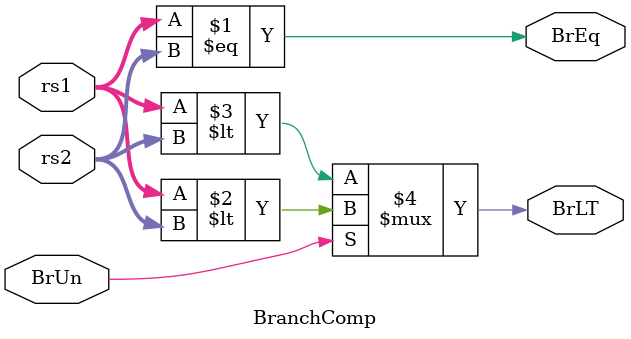
<source format=sv>
module BranchComp (
    input [31:0] rs1, // First source register value
    input [31:0] rs2, // Second source register value
    input BrUn, // switch for unsigned comparison
    output BrEq,
    output BrLT
);
    assign BrEq = (rs1 == rs2); // Equality check
    assign BrLT = (BrUn) ? (rs1 < rs2) : ($signed(rs1) < $signed(rs2)); // Less than check with unsigned option
endmodule
    
</source>
